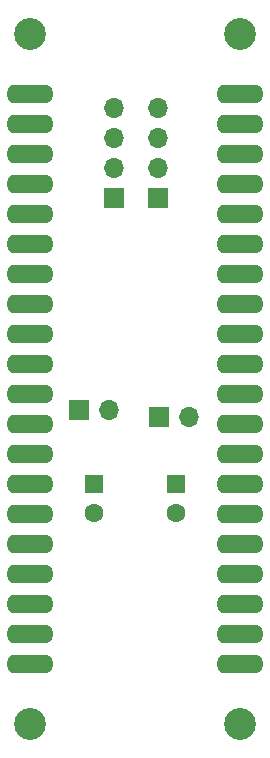
<source format=gbr>
%TF.GenerationSoftware,KiCad,Pcbnew,(6.0.2)*%
%TF.CreationDate,2023-01-30T04:02:28+03:00*%
%TF.ProjectId,Shield_Emergent,53686965-6c64-45f4-956d-657267656e74,rev?*%
%TF.SameCoordinates,Original*%
%TF.FileFunction,Soldermask,Top*%
%TF.FilePolarity,Negative*%
%FSLAX46Y46*%
G04 Gerber Fmt 4.6, Leading zero omitted, Abs format (unit mm)*
G04 Created by KiCad (PCBNEW (6.0.2)) date 2023-01-30 04:02:28*
%MOMM*%
%LPD*%
G01*
G04 APERTURE LIST*
%ADD10C,2.700000*%
%ADD11O,4.000000X1.600000*%
%ADD12R,1.600000X1.600000*%
%ADD13C,1.600000*%
%ADD14R,1.700000X1.700000*%
%ADD15O,1.700000X1.700000*%
G04 APERTURE END LIST*
D10*
%TO.C,REF\u002A\u002A*%
X46530000Y-81960000D03*
%TD*%
D11*
%TO.C,U1*%
X28760000Y-28620000D03*
X28760000Y-31160000D03*
X28760000Y-33700000D03*
X28760000Y-36240000D03*
X28760000Y-38780000D03*
X28760000Y-41320000D03*
X28760000Y-43860000D03*
X28760000Y-46400000D03*
X28760000Y-48940000D03*
X28760000Y-51480000D03*
X28760000Y-54020000D03*
X28760000Y-56560000D03*
X28760000Y-59100000D03*
X28760000Y-61640000D03*
X28760000Y-64180000D03*
X28760000Y-66720000D03*
X28760000Y-69260000D03*
X28760000Y-71800000D03*
X28760000Y-74340000D03*
X28760000Y-76880000D03*
X46540000Y-76880000D03*
X46540000Y-74340000D03*
X46540000Y-71800000D03*
X46540000Y-69260000D03*
X46540000Y-66720000D03*
X46540000Y-64180000D03*
X46540000Y-61640000D03*
X46540000Y-59100000D03*
X46540000Y-56560000D03*
X46540000Y-54020000D03*
X46540000Y-51480000D03*
X46540000Y-48940000D03*
X46540000Y-46400000D03*
X46540000Y-43860000D03*
X46540000Y-41320000D03*
X46540000Y-38780000D03*
X46540000Y-36240000D03*
X46540000Y-33700000D03*
X46540000Y-31160000D03*
X46540000Y-28620000D03*
%TD*%
D10*
%TO.C,REF\u002A\u002A*%
X28770000Y-81960000D03*
%TD*%
%TO.C,REF\u002A\u002A*%
X28770000Y-23540000D03*
%TD*%
%TO.C,REF\u002A\u002A*%
X46530000Y-23540000D03*
%TD*%
D12*
%TO.C,C6*%
X34200000Y-61617621D03*
D13*
X34200000Y-64117621D03*
%TD*%
D14*
%TO.C,J4*%
X35900000Y-37400000D03*
D15*
X35900000Y-34860000D03*
X35900000Y-32320000D03*
X35900000Y-29780000D03*
%TD*%
D14*
%TO.C,J2*%
X39600000Y-37400000D03*
D15*
X39600000Y-34860000D03*
X39600000Y-32320000D03*
X39600000Y-29780000D03*
%TD*%
D14*
%TO.C,J3*%
X32925000Y-55387500D03*
D15*
X35465000Y-55387500D03*
%TD*%
D12*
%TO.C,C3*%
X41100000Y-61617621D03*
D13*
X41100000Y-64117621D03*
%TD*%
D14*
%TO.C,J1*%
X39700000Y-56000000D03*
D15*
X42240000Y-56000000D03*
%TD*%
M02*

</source>
